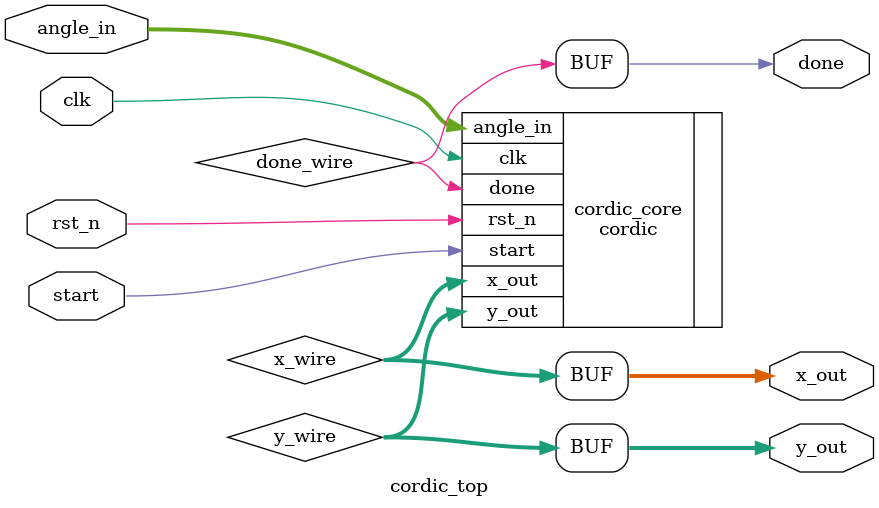
<source format=v>
/*
================================================================================
-- Module: cordic_top.v
-- Description: Top-level wrapper for the CORDIC sine-cosine engine.
--              Exposes only clean I/O ports for easy schematic integration.
================================================================================
*/

module cordic_top(
    input        clk,          // System clock
    input        rst_n,        // Active-low reset
    input        start,        // Start signal
    input  [15:0] angle_in,    // Input angle (Q2.14 format)
    output [15:0] x_out,       // Cos(angle_in)
    output [15:0] y_out,       // Sin(angle_in)
    output        done          // Done flag
);

    // Internal wires to connect to the CORDIC core
    wire signed [15:0] x_wire;
    wire signed [15:0] y_wire;
    wire done_wire;

    // Instantiate the main CORDIC core
    cordic #(
        .DATA_WIDTH(16),
        .ITERATIONS(16)
    ) cordic_core (
        .clk(clk),
        .rst_n(rst_n),
        .start(start),
        .angle_in(angle_in),
        .x_out(x_wire),
        .y_out(y_wire),
        .done(done_wire)
    );

    // Drive the outputs
    assign x_out = x_wire;
    assign y_out = y_wire;
    assign done  = done_wire;

endmodule

</source>
